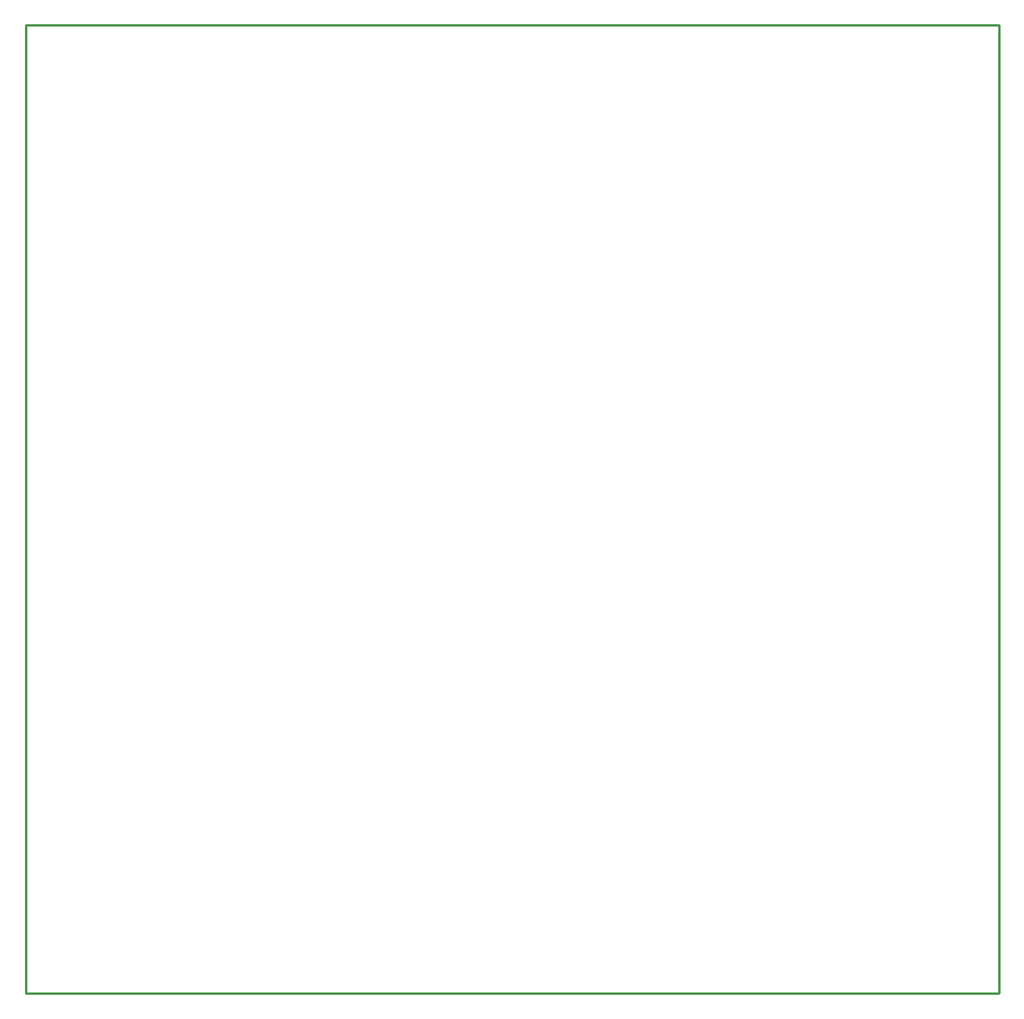
<source format=gko>
%FSLAX25Y25*%
%MOIN*%
G70*
G01*
G75*
G04 Layer_Color=16711935*
%ADD10R,0.03937X0.05118*%
%ADD11R,0.21654X0.15748*%
%ADD12R,0.39370X0.39370*%
%ADD13R,0.05512X0.11811*%
%ADD14R,0.14961X0.11811*%
%ADD15R,0.04921X0.06299*%
%ADD16R,0.07000X0.10000*%
%ADD17R,0.10039X0.03740*%
%ADD18R,0.10039X0.12992*%
%ADD19R,0.03150X0.03740*%
%ADD20R,0.05118X0.03937*%
%ADD21O,0.01378X0.08268*%
%ADD22R,0.01378X0.08268*%
%ADD23R,0.09449X0.02362*%
%ADD24O,0.09449X0.02362*%
%ADD25R,0.02000X0.08000*%
%ADD26O,0.02000X0.08000*%
%ADD27R,0.02756X0.05118*%
%ADD28C,0.01000*%
%ADD29C,0.03000*%
%ADD30R,0.04724X0.04724*%
%ADD31C,0.04724*%
%ADD32C,0.05906*%
%ADD33R,0.05906X0.05906*%
%ADD34C,0.07874*%
%ADD35R,0.05906X0.05906*%
%ADD36R,0.13780X0.13780*%
%ADD37C,0.05000*%
%ADD38C,0.27559*%
%ADD39C,0.00787*%
%ADD40C,0.00984*%
%ADD41C,0.00591*%
%ADD42C,0.00800*%
%ADD43R,0.04737X0.05918*%
%ADD44R,0.22453X0.16548*%
%ADD45R,0.40170X0.40170*%
%ADD46R,0.06312X0.12611*%
%ADD47R,0.15761X0.12611*%
%ADD48R,0.05721X0.07099*%
%ADD49R,0.07800X0.10800*%
%ADD50R,0.10839X0.04540*%
%ADD51R,0.10839X0.13792*%
%ADD52R,0.03950X0.04540*%
%ADD53R,0.05918X0.04737*%
%ADD54O,0.02178X0.09068*%
%ADD55R,0.02178X0.09068*%
%ADD56R,0.10249X0.03162*%
%ADD57O,0.10249X0.03162*%
%ADD58R,0.02800X0.08800*%
%ADD59O,0.02800X0.08800*%
%ADD60R,0.03556X0.05918*%
%ADD61R,0.05524X0.05524*%
%ADD62C,0.05524*%
%ADD63C,0.06706*%
%ADD64R,0.06706X0.06706*%
%ADD65C,0.08674*%
%ADD66R,0.06706X0.06706*%
%ADD67R,0.14579X0.14579*%
%ADD68C,0.05800*%
%ADD69C,0.28359*%
D28*
X0Y3262386D02*
X415354D01*
Y2849000D02*
Y3262386D01*
X0Y2849000D02*
X415354D01*
X0D02*
Y3262386D01*
M02*

</source>
